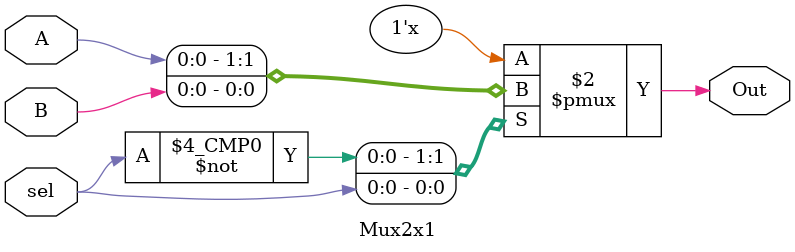
<source format=v>
`timescale 1ns / 1ps


module Mux2x1
    #(parameter n =1 )
    (
        input [n-1:0] A,B,
        input sel,
        output reg[n-1:0] Out
    );

    always @(*) 
    begin
        case (sel)
            0:Out=A;
            1:Out=B; 
            default:Out='b0; 
        endcase    
    end
endmodule

</source>
